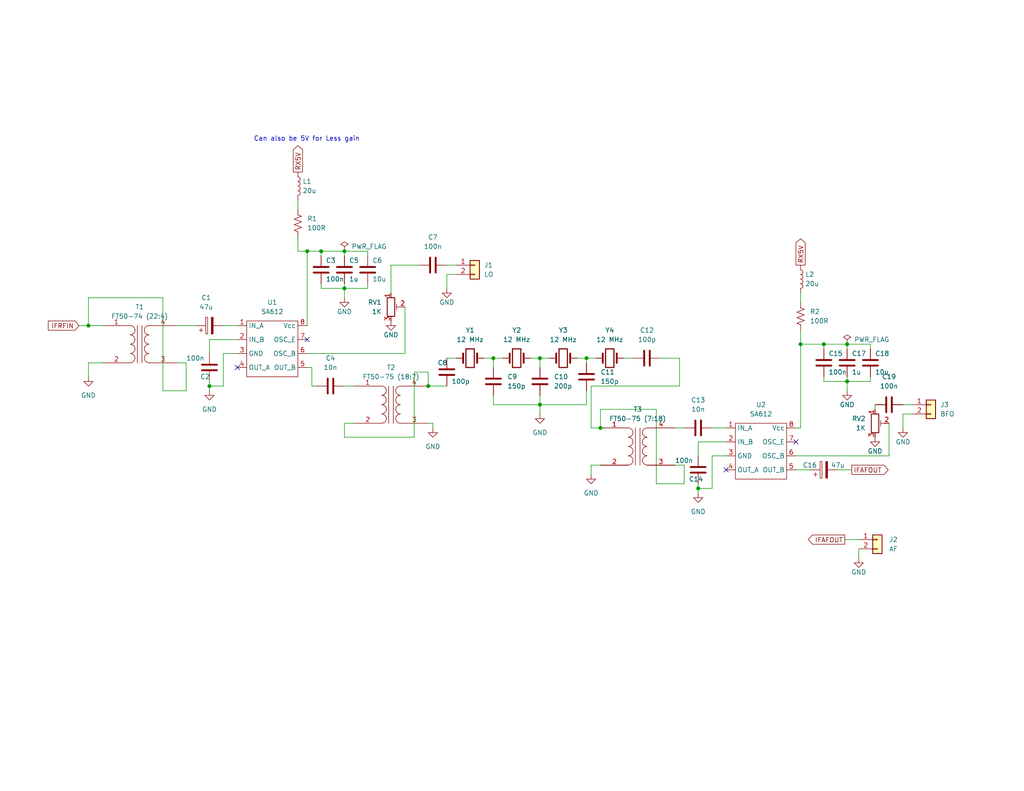
<source format=kicad_sch>
(kicad_sch (version 20211123) (generator eeschema)
  (paper "A")
  (title_block (date "2022-08-31") (rev "0.1a") (company "DATER (Dave Peter)"))
  (lib_symbols
    (symbol "Connector_Generic:Conn_01x02" (pin_names (offset 1.016) hide)
      (property "Reference" "J" (at 0 2.54 0))
      (property "Value" "Conn_01x02" (at 0 -5.08 0))
      (symbol "Conn_01x02_1_1"
        (rectangle (start -1.27 -2.413) (end 0 -2.667) (stroke (width 0.1524)))
        (rectangle (start -1.27 0.127) (end 0 -0.127) (stroke (width 0.1524)))
        (rectangle (start -1.27 1.27) (end 1.27 -3.81) (stroke (width 0.254)) (fill (type background)))
        (pin passive line (at -5.08 0 0) (length 3.81) (name "Pin_1") (number "1"))
        (pin passive line (at -5.08 -2.54 0) (length 3.81) (name "Pin_2") (number "2"))
      )
    )
    (symbol "Custom_RF:SA612"
      (property "Reference" "U" (at 1.27 10.16 0))
      (property "Value" "SA612" (at 1.27 -7.62 0))
      (symbol "SA612_0_1"
        (rectangle (start -6.35 8.89) (end 7.62 -6.35))
      )
      (symbol "SA612_1_1"
        (pin input line (at -8.89 7.62 0) (length 2.54) (name "IN_A") (number "1"))
        (pin input line (at -8.89 3.81 0) (length 2.54) (name "IN_B") (number "2"))
        (pin power_in line (at -8.89 0 0) (length 2.54) (name "GND") (number "3"))
        (pin output line (at -8.89 -3.81 0) (length 2.54) (name "OUT_A") (number "4"))
        (pin output line (at 10.16 -3.81 180) (length 2.54) (name "OUT_B") (number "5"))
        (pin input line (at 10.16 0 180) (length 2.54) (name "OSC_B") (number "6"))
        (pin input line (at 10.16 3.81 180) (length 2.54) (name "OSC_E") (number "7"))
        (pin power_in line (at 10.16 7.62 180) (length 2.54) (name "Vcc") (number "8"))
      )
    )
    (symbol "Device:C" (pin_numbers hide) (pin_names (offset 0.254))
      (property "Reference" "C" (at 0.635 2.54 0))
      (property "Value" "C" (at 0.635 -2.54 0))
      (symbol "C_0_1"
        (polyline (pts (xy -2.032 -0.762) (xy 2.032 -0.762)) (stroke (width 0.508)))
        (polyline (pts (xy -2.032 0.762) (xy 2.032 0.762)) (stroke (width 0.508)))
      )
      (symbol "C_1_1"
        (pin passive line (at 0 3.81 270) (length 2.794) (name "~") (number "1"))
        (pin passive line (at 0 -3.81 90) (length 2.794) (name "~") (number "2"))
      )
    )
    (symbol "Device:C_Polarized" (pin_numbers hide) (pin_names (offset 0.254))
      (property "Reference" "C" (at 0.635 2.54 0))
      (property "Value" "C_Polarized" (at 0.635 -2.54 0))
      (symbol "C_Polarized_0_1"
        (rectangle (start -2.286 0.508) (end 2.286 1.016))
        (polyline (pts (xy -1.778 2.286) (xy -0.762 2.286)))
        (polyline (pts (xy -1.27 2.794) (xy -1.27 1.778)))
        (rectangle (start 2.286 -0.508) (end -2.286 -1.016) (fill (type outline)))
      )
      (symbol "C_Polarized_1_1"
        (pin passive line (at 0 3.81 270) (length 2.794) (name "~") (number "1"))
        (pin passive line (at 0 -3.81 90) (length 2.794) (name "~") (number "2"))
      )
    )
    (symbol "Device:Crystal" (pin_numbers hide) (pin_names (offset 1.016) hide)
      (property "Reference" "Y" (at 0 3.81 0))
      (property "Value" "Crystal" (at 0 -3.81 0))
      (symbol "Crystal_0_1"
        (rectangle (start -1.143 2.54) (end 1.143 -2.54) (stroke (width 0.3048)))
        (polyline (pts (xy -2.54 0) (xy -1.905 0)))
        (polyline (pts (xy -1.905 -1.27) (xy -1.905 1.27)) (stroke (width 0.508)))
        (polyline (pts (xy 1.905 -1.27) (xy 1.905 1.27)) (stroke (width 0.508)))
        (polyline (pts (xy 2.54 0) (xy 1.905 0)))
      )
      (symbol "Crystal_1_1"
        (pin passive line (at -3.81 0 0) (length 1.27) (name "1") (number "1"))
        (pin passive line (at 3.81 0 180) (length 1.27) (name "2") (number "2"))
      )
    )
    (symbol "Device:L" (pin_numbers hide) (pin_names (offset 1.016) hide)
      (property "Reference" "L" (at -1.27 0 90))
      (property "Value" "L" (at 1.905 0 90))
      (symbol "L_0_1"
        (arc (start 0 -2.54) (mid 0.635 -1.905) (end 0 -1.27))
        (arc (start 0 -1.27) (mid 0.635 -0.635) (end 0 0))
        (arc (start 0 0) (mid 0.635 0.635) (end 0 1.27))
        (arc (start 0 1.27) (mid 0.635 1.905) (end 0 2.54))
      )
      (symbol "L_1_1"
        (pin passive line (at 0 3.81 270) (length 1.27) (name "1") (number "1"))
        (pin passive line (at 0 -3.81 90) (length 1.27) (name "2") (number "2"))
      )
    )
    (symbol "Device:R_Potentiometer_Trim" (pin_names (offset 1.016) hide)
      (property "Reference" "RV" (at -4.445 0 90))
      (property "Value" "R_Potentiometer_Trim" (at -2.54 0 90))
      (symbol "R_Potentiometer_Trim_0_1"
        (polyline (pts (xy 1.524 0.762) (xy 1.524 -0.762)))
        (polyline (pts (xy 2.54 0) (xy 1.524 0)))
        (rectangle (start 1.016 2.54) (end -1.016 -2.54) (stroke (width 0.254)))
      )
      (symbol "R_Potentiometer_Trim_1_1"
        (pin passive line (at 0 3.81 270) (length 1.27) (name "1") (number "1"))
        (pin passive line (at 3.81 0 180) (length 1.27) (name "2") (number "2"))
        (pin passive line (at 0 -3.81 90) (length 1.27) (name "3") (number "3"))
      )
    )
    (symbol "Device:R_US" (pin_numbers hide) (pin_names (offset 0))
      (property "Reference" "R" (at 2.54 0 90))
      (property "Value" "R_US" (at -2.54 0 90))
      (symbol "R_US_0_1"
        (polyline (pts (xy 0 -2.286) (xy 0 -2.54)))
        (polyline (pts (xy 0 2.286) (xy 0 2.54)))
        (polyline (pts (xy 0 -0.762) (xy 1.016 -1.143) (xy 0 -1.524) (xy -1.016 -1.905) (xy 0 -2.286)))
        (polyline (pts (xy 0 0.762) (xy 1.016 0.381) (xy 0 0) (xy -1.016 -0.381) (xy 0 -0.762)))
        (polyline (pts (xy 0 2.286) (xy 1.016 1.905) (xy 0 1.524) (xy -1.016 1.143) (xy 0 0.762)))
      )
      (symbol "R_US_1_1"
        (pin passive line (at 0 3.81 270) (length 1.27) (name "~") (number "1"))
        (pin passive line (at 0 -3.81 90) (length 1.27) (name "~") (number "2"))
      )
    )
    (symbol "Device:Transformer_1P_1S" (pin_names (offset 1.016) hide)
      (property "Reference" "T" (at 0 6.35 0))
      (property "Value" "Transformer_1P_1S" (at 0 -7.62 0))
      (symbol "Transformer_1P_1S_0_1"
        (arc (start -2.54 -5.0546) (mid -1.6599 -4.6901) (end -1.27 -3.81))
        (arc (start -2.54 -2.5146) (mid -1.6599 -2.1501) (end -1.27 -1.27))
        (arc (start -2.54 0.0254) (mid -1.6599 0.3899) (end -1.27 1.27))
        (arc (start -2.54 2.5654) (mid -1.6599 2.9299) (end -1.27 3.81))
        (arc (start -1.27 -3.81) (mid -1.642 -2.912) (end -2.54 -2.54))
        (arc (start -1.27 -1.27) (mid -1.642 -0.372) (end -2.54 0))
        (arc (start -1.27 1.27) (mid -1.642 2.168) (end -2.54 2.54))
        (arc (start -1.27 3.81) (mid -1.642 4.708) (end -2.54 5.08))
        (polyline (pts (xy -0.635 5.08) (xy -0.635 -5.08)))
        (polyline (pts (xy 0.635 -5.08) (xy 0.635 5.08)))
        (arc (start 1.2954 -1.27) (mid 1.6599 -2.1501) (end 2.54 -2.5146))
        (arc (start 1.2954 1.27) (mid 1.6599 0.3899) (end 2.54 0.0254))
        (arc (start 1.2954 3.81) (mid 1.6599 2.9299) (end 2.54 2.5654))
        (arc (start 1.3208 -3.81) (mid 1.6853 -4.6901) (end 2.5654 -5.0546))
        (arc (start 2.54 0) (mid 1.642 -0.372) (end 1.2954 -1.27))
        (arc (start 2.54 2.54) (mid 1.642 2.168) (end 1.2954 1.27))
        (arc (start 2.54 5.08) (mid 1.642 4.708) (end 1.2954 3.81))
        (arc (start 2.5654 -2.54) (mid 1.6674 -2.912) (end 1.3208 -3.81))
      )
      (symbol "Transformer_1P_1S_1_1"
        (pin passive line (at -10.16 5.08 0) (length 7.62) (name "AA") (number "1"))
        (pin passive line (at -10.16 -5.08 0) (length 7.62) (name "AB") (number "2"))
        (pin passive line (at 10.16 -5.08 180) (length 7.62) (name "SA") (number "3"))
        (pin passive line (at 10.16 5.08 180) (length 7.62) (name "SB") (number "4"))
      )
    )
    (symbol "power:GND" (power) (pin_names (offset 0))
      (property "Value" "GND" (at 0 -3.81 0))
      (symbol "GND_0_1"
        (polyline (pts (xy 0 0) (xy 0 -1.27) (xy 1.27 -1.27) (xy 0 -2.54) (xy -1.27 -1.27) (xy 0 -1.27)))
      )
      (symbol "GND_1_1"
        (pin power_in line (at 0 0 270) (length 0) hide (name "GND") (number "1"))
      )
    )
    (symbol "power:PWR_FLAG" (power) (pin_numbers hide) (pin_names (offset 0) hide)
      (property "Value" "PWR_FLAG" (at 0 3.81 0))
      (symbol "PWR_FLAG_0_0"
        (pin power_out line (at 0 0 90) (length 0) (name "pwr") (number "1"))
      )
      (symbol "PWR_FLAG_0_1"
        (polyline (pts (xy 0 0) (xy 0 1.27) (xy -1.016 1.905) (xy 0 2.54) (xy 1.016 1.905) (xy 0 1.27)))
      )
    )
  )
  (junction (at 160.02 97.79))
  (junction (at 190.5 133.35))
  (junction (at 218.44 93.98))
  (junction (at 231.14 93.98))
  (junction (at 231.14 104.14))
  (junction (at 24.13 88.9))
  (junction (at 93.98 68.58))
  (junction (at 224.79 93.98))
  (junction (at 134.62 97.79))
  (junction (at 147.32 97.79))
  (junction (at 93.98 78.74))
  (junction (at 163.83 116.84))
  (junction (at 116.84 105.41))
  (junction (at 57.15 105.41))
  (junction (at 147.32 110.49))
  (junction (at 83.82 68.58))
  (junction (at 87.63 68.58))
  (no_connect (at 198.12 128.27))
  (no_connect (at 83.82 92.71))
  (no_connect (at 217.17 120.65))
  (no_connect (at 64.77 100.33))
  (wire (pts (xy 224.79 93.98) (xy 231.14 93.98)))
  (wire (pts (xy 57.15 92.71) (xy 57.15 96.52)))
  (wire (pts (xy 100.33 68.58) (xy 100.33 69.85)))
  (wire (pts (xy 232.41 128.27) (xy 228.6 128.27)))
  (wire (pts (xy 24.13 88.9) (xy 27.94 88.9)))
  (wire (pts (xy 194.31 133.35) (xy 194.31 124.46)))
  (wire (pts (xy 147.32 97.79) (xy 149.86 97.79)))
  (wire (pts (xy 87.63 77.47) (xy 87.63 78.74)))
  (wire (pts (xy 44.45 81.28) (xy 44.45 106.68)))
  (wire (pts (xy 21.59 88.9) (xy 24.13 88.9)))
  (wire (pts (xy 230.505 147.32) (xy 234.315 147.32)))
  (wire (pts (xy 194.31 124.46) (xy 198.12 124.46)))
  (wire (pts (xy 224.79 93.98) (xy 224.79 95.25)))
  (wire (pts (xy 87.63 68.58) (xy 87.63 69.85)))
  (wire (pts (xy 163.83 116.84) (xy 163.83 111.76)))
  (wire (pts (xy 24.13 81.28) (xy 44.45 81.28)))
  (wire (pts (xy 147.32 110.49) (xy 147.32 107.95)))
  (wire (pts (xy 24.13 88.9) (xy 24.13 81.28)))
  (wire (pts (xy 218.44 93.98) (xy 218.44 116.84)))
  (wire (pts (xy 121.92 72.39) (xy 124.46 72.39)))
  (wire (pts (xy 81.28 68.58) (xy 83.82 68.58)))
  (wire (pts (xy 224.79 104.14) (xy 231.14 104.14)))
  (wire (pts (xy 218.44 90.17) (xy 218.44 93.98)))
  (wire (pts (xy 231.14 104.14) (xy 231.14 102.87)))
  (wire (pts (xy 44.45 106.68) (xy 50.8 106.68)))
  (wire (pts (xy 116.84 105.41) (xy 121.92 105.41)))
  (wire (pts (xy 93.98 115.57) (xy 93.98 119.38)))
  (wire (pts (xy 179.07 111.76) (xy 179.07 132.08)))
  (wire (pts (xy 231.14 104.14) (xy 231.14 106.68)))
  (wire (pts (xy 237.49 102.87) (xy 237.49 104.14)))
  (wire (pts (xy 161.29 127) (xy 163.83 127)))
  (wire (pts (xy 185.42 97.79) (xy 185.42 105.41)))
  (wire (pts (xy 118.11 115.57) (xy 118.11 116.84)))
  (wire (pts (xy 237.49 93.98) (xy 237.49 95.25)))
  (wire (pts (xy 81.28 54.61) (xy 81.28 57.15)))
  (wire (pts (xy 93.98 68.58) (xy 93.98 69.85)))
  (wire (pts (xy 246.38 110.49) (xy 248.92 110.49)))
  (wire (pts (xy 238.76 110.49) (xy 238.76 111.76)))
  (wire (pts (xy 50.8 106.68) (xy 50.8 99.06)))
  (wire (pts (xy 234.315 152.4) (xy 234.315 149.86)))
  (wire (pts (xy 231.14 93.98) (xy 231.14 95.25)))
  (wire (pts (xy 134.62 97.79) (xy 134.62 100.33)))
  (wire (pts (xy 248.92 113.03) (xy 246.38 113.03)))
  (wire (pts (xy 93.98 78.74) (xy 93.98 77.47)))
  (wire (pts (xy 81.28 64.77) (xy 81.28 68.58)))
  (wire (pts (xy 106.68 72.39) (xy 106.68 80.01)))
  (wire (pts (xy 147.32 110.49) (xy 147.32 113.03)))
  (wire (pts (xy 93.98 78.74) (xy 93.98 81.28)))
  (wire (pts (xy 116.84 115.57) (xy 118.11 115.57)))
  (wire (pts (xy 114.3 72.39) (xy 106.68 72.39)))
  (wire (pts (xy 160.02 106.68) (xy 160.02 110.49)))
  (wire (pts (xy 224.79 102.87) (xy 224.79 104.14)))
  (wire (pts (xy 50.8 99.06) (xy 48.26 99.06)))
  (wire (pts (xy 134.62 97.79) (xy 137.16 97.79)))
  (wire (pts (xy 147.32 97.79) (xy 147.32 100.33)))
  (wire (pts (xy 110.49 96.52) (xy 110.49 83.82)))
  (wire (pts (xy 184.15 116.84) (xy 186.69 116.84)))
  (wire (pts (xy 134.62 110.49) (xy 147.32 110.49)))
  (wire (pts (xy 185.42 105.41) (xy 161.29 105.41)))
  (wire (pts (xy 116.84 101.6) (xy 116.84 105.41)))
  (wire (pts (xy 190.5 133.35) (xy 194.31 133.35)))
  (wire (pts (xy 198.12 120.65) (xy 190.5 120.65)))
  (wire (pts (xy 246.38 113.03) (xy 246.38 116.84)))
  (wire (pts (xy 27.94 99.06) (xy 24.13 99.06)))
  (wire (pts (xy 157.48 97.79) (xy 160.02 97.79)))
  (wire (pts (xy 144.78 97.79) (xy 147.32 97.79)))
  (wire (pts (xy 190.5 120.65) (xy 190.5 124.46)))
  (wire (pts (xy 163.83 111.76) (xy 179.07 111.76)))
  (wire (pts (xy 160.02 97.79) (xy 160.02 99.06)))
  (wire (pts (xy 60.96 96.52) (xy 64.77 96.52)))
  (wire (pts (xy 57.15 105.41) (xy 57.15 106.68)))
  (wire (pts (xy 121.92 74.93) (xy 121.92 78.74)))
  (wire (pts (xy 185.42 97.79) (xy 180.34 97.79)))
  (wire (pts (xy 134.62 107.95) (xy 134.62 110.49)))
  (wire (pts (xy 60.96 88.9) (xy 64.77 88.9)))
  (wire (pts (xy 217.17 124.46) (xy 242.57 124.46)))
  (wire (pts (xy 48.26 88.9) (xy 53.34 88.9)))
  (wire (pts (xy 161.29 127) (xy 161.29 129.54)))
  (wire (pts (xy 83.82 100.33) (xy 85.09 100.33)))
  (wire (pts (xy 161.29 105.41) (xy 161.29 116.84)))
  (wire (pts (xy 93.98 78.74) (xy 100.33 78.74)))
  (wire (pts (xy 179.07 132.08) (xy 186.69 132.08)))
  (wire (pts (xy 83.82 68.58) (xy 87.63 68.58)))
  (wire (pts (xy 24.13 99.06) (xy 24.13 102.87)))
  (wire (pts (xy 57.15 104.14) (xy 57.15 105.41)))
  (wire (pts (xy 220.98 128.27) (xy 217.17 128.27)))
  (wire (pts (xy 160.02 97.79) (xy 162.56 97.79)))
  (wire (pts (xy 60.96 105.41) (xy 60.96 96.52)))
  (wire (pts (xy 83.82 68.58) (xy 83.82 88.9)))
  (wire (pts (xy 184.15 127) (xy 186.69 127)))
  (wire (pts (xy 242.57 115.57) (xy 242.57 124.46)))
  (wire (pts (xy 190.5 133.35) (xy 190.5 134.62)))
  (wire (pts (xy 86.36 105.41) (xy 85.09 105.41)))
  (wire (pts (xy 121.92 97.79) (xy 124.46 97.79)))
  (wire (pts (xy 64.77 92.71) (xy 57.15 92.71)))
  (wire (pts (xy 218.44 80.01) (xy 218.44 82.55)))
  (wire (pts (xy 218.44 93.98) (xy 224.79 93.98)))
  (wire (pts (xy 160.02 110.49) (xy 147.32 110.49)))
  (wire (pts (xy 186.69 127) (xy 186.69 132.08)))
  (wire (pts (xy 100.33 77.47) (xy 100.33 78.74)))
  (wire (pts (xy 57.15 105.41) (xy 60.96 105.41)))
  (wire (pts (xy 83.82 96.52) (xy 110.49 96.52)))
  (wire (pts (xy 132.08 97.79) (xy 134.62 97.79)))
  (wire (pts (xy 170.18 97.79) (xy 172.72 97.79)))
  (wire (pts (xy 231.14 104.14) (xy 237.49 104.14)))
  (wire (pts (xy 87.63 68.58) (xy 93.98 68.58)))
  (wire (pts (xy 113.03 101.6) (xy 116.84 101.6)))
  (wire (pts (xy 218.44 116.84) (xy 217.17 116.84)))
  (wire (pts (xy 113.03 119.38) (xy 113.03 101.6)))
  (wire (pts (xy 93.98 68.58) (xy 100.33 68.58)))
  (wire (pts (xy 87.63 78.74) (xy 93.98 78.74)))
  (wire (pts (xy 96.52 115.57) (xy 93.98 115.57)))
  (wire (pts (xy 190.5 132.08) (xy 190.5 133.35)))
  (wire (pts (xy 124.46 74.93) (xy 121.92 74.93)))
  (wire (pts (xy 85.09 105.41) (xy 85.09 100.33)))
  (wire (pts (xy 231.14 93.98) (xy 237.49 93.98)))
  (wire (pts (xy 93.98 119.38) (xy 113.03 119.38)))
  (wire (pts (xy 93.98 105.41) (xy 96.52 105.41)))
  (wire (pts (xy 194.31 116.84) (xy 198.12 116.84)))
  (wire (pts (xy 161.29 116.84) (xy 163.83 116.84)))
  (text "Can also be 5V for Less gain" (at 69.215 38.735 0) (effects (font (size 1.27 1.27)) (justify left bottom)))
  (global_label "IFRFIN" (shape input) (at 21.59 88.9 180) (property "Intersheet References" "${INTERSHEET_REFS}" (effects hide)))
  (global_label "RX5V" (shape output) (at 81.28 46.99 90) (property "Intersheet References" "${INTERSHEET_REFS}" (effects hide)))
  (global_label "IFAFOUT" (shape output) (at 230.505 147.32 180) (property "Intersheet References" "${INTERSHEET_REFS}" (effects hide)))
  (global_label "RX5V" (shape output) (at 218.44 72.39 90) (property "Intersheet References" "${INTERSHEET_REFS}" (effects hide)))
  (global_label "IFAFOUT" (shape output) (at 232.41 128.27 0) (property "Intersheet References" "${INTERSHEET_REFS}" (effects hide)))
  (symbol (lib_id "power:GND") (at 190.5 134.62 0) (unit 1)
    (property "Reference" "#PWR09" (effects hide))
    (property "Value" "GND" (at 190.5 139.7 0))
  )
  (symbol (lib_id "power:GND") (at 93.98 81.28 0) (unit 1)
    (property "Reference" "#PWR03" (effects hide))
    (property "Value" "GND" (at 93.98 85.09 0))
  )
  (symbol (lib_id "Custom_RF:SA612") (at 73.66 96.52 0) (unit 1)
    (property "Reference" "U1" (at 74.295 82.55 0))
    (property "Value" "SA612" (at 74.295 85.09 0))
    (property "Footprint" "Package_DIP:DIP-8_W7.62mm_Socket" (effects hide))
  )
  (symbol (lib_id "Device:C") (at 93.98 73.66 0) (unit 1)
    (property "Reference" "C5" (at 95.25 71.12 0) (effects (justify left)))
    (property "Value" "1u" (at 95.25 76.2 0) (effects (justify left)))
    (property "Footprint" "Capacitor_SMD:C_1206_3216Metric" (effects hide))
  )
  (symbol (lib_id "power:GND") (at 234.315 152.4 0) (unit 1)
    (property "Reference" "#PWR011" (effects hide))
    (property "Value" "GND" (at 234.315 156.21 0))
  )
  (symbol (lib_id "Device:C") (at 190.5 116.84 90) (unit 1)
    (property "Reference" "C13" (at 190.5 109.22 90))
    (property "Value" "10n" (at 190.5 111.76 90))
    (property "Footprint" "Capacitor_SMD:C_1206_3216Metric" (effects hide))
  )
  (symbol (lib_id "Device:R_US") (at 218.44 86.36 0) (unit 1)
    (property "Reference" "R2" (at 220.98 85.0899 0) (effects (justify left)))
    (property "Value" "100R" (at 220.98 87.6299 0) (effects (justify left)))
    (property "Footprint" "Resistor_SMD:R_1206_3216Metric" (effects hide))
  )
  (symbol (lib_id "Device:L") (at 81.28 50.8 0) (unit 1)
    (property "Reference" "L1" (at 82.55 49.5299 0) (effects (justify left)))
    (property "Value" "20u" (at 82.55 52.0699 0) (effects (justify left)))
    (property "Footprint" "Inductor_SMD:L_1206_3216Metric" (effects hide))
  )
  (symbol (lib_id "Device:R_US") (at 81.28 60.96 0) (unit 1)
    (property "Reference" "R1" (at 83.82 59.6899 0) (effects (justify left)))
    (property "Value" "100R" (at 83.82 62.2299 0) (effects (justify left)))
    (property "Footprint" "Resistor_SMD:R_1206_3216Metric" (effects hide))
  )
  (symbol (lib_id "power:GND") (at 238.76 119.38 0) (unit 1)
    (property "Reference" "#PWR012" (effects hide))
    (property "Value" "GND" (at 238.76 123.19 0))
  )
  (symbol (lib_id "Device:C") (at 147.32 104.14 0) (unit 1)
    (property "Reference" "C10" (at 151.13 102.8699 0) (effects (justify left)))
    (property "Value" "200p" (at 151.13 105.4099 0) (effects (justify left)))
    (property "Footprint" "Capacitor_THT:C_Disc_D3.4mm_W2.1mm_P2.50mm" (effects hide))
  )
  (symbol (lib_id "Device:Crystal") (at 153.67 97.79 0) (unit 1)
    (property "Reference" "Y3" (at 153.67 90.17 0))
    (property "Value" "12 MHz" (at 153.67 92.71 0))
    (property "Footprint" "Crystal:Crystal_HC49-4H_Vertical" (effects hide))
  )
  (symbol (lib_id "Device:C") (at 224.79 99.06 0) (unit 1)
    (property "Reference" "C15" (at 226.06 96.52 0) (effects (justify left)))
    (property "Value" "100n" (at 226.06 101.6 0) (effects (justify left)))
    (property "Footprint" "Capacitor_SMD:C_1206_3216Metric" (effects hide))
  )
  (symbol (lib_id "Custom_RF:SA612") (at 207.01 124.46 0) (unit 1)
    (property "Reference" "U2" (at 207.645 110.49 0))
    (property "Value" "SA612" (at 207.645 113.03 0))
    (property "Footprint" "Package_DIP:DIP-8_W7.62mm_Socket" (effects hide))
  )
  (symbol (lib_id "Connector_Generic:Conn_01x02") (at 254 110.49 0) (unit 1)
    (property "Reference" "J3" (at 256.54 110.4899 0) (effects (justify left)))
    (property "Value" "BFO" (at 256.54 113.0299 0) (effects (justify left)))
    (property "Footprint" "Connector_PinHeader_2.54mm:PinHeader_1x02_P2.54mm_Vertical" (effects hide))
  )
  (symbol (lib_id "Connector_Generic:Conn_01x02") (at 239.395 147.32 0) (unit 1)
    (property "Reference" "J2" (at 242.57 147.3199 0) (effects (justify left)))
    (property "Value" "AF" (at 242.57 149.8599 0) (effects (justify left)))
    (property "Footprint" "Connector_PinHeader_2.54mm:PinHeader_1x02_P2.54mm_Vertical" (effects hide))
  )
  (symbol (lib_id "Device:C") (at 190.5 128.27 0) (unit 1)
    (property "Reference" "C14" (at 187.96 130.81 0) (effects (justify left)))
    (property "Value" "100n" (at 184.15 125.73 0) (effects (justify left)))
    (property "Footprint" "Capacitor_SMD:C_1206_3216Metric" (effects hide))
  )
  (symbol (lib_id "Device:C") (at 118.11 72.39 270) (unit 1)
    (property "Reference" "C7" (at 118.11 64.77 90))
    (property "Value" "100n" (at 118.11 67.31 90))
    (property "Footprint" "Capacitor_SMD:C_1206_3216Metric" (effects hide))
  )
  (symbol (lib_id "Device:Crystal") (at 128.27 97.79 0) (unit 1)
    (property "Reference" "Y1" (at 128.27 90.17 0))
    (property "Value" "12 MHz" (at 128.27 92.71 0))
    (property "Footprint" "Crystal:Crystal_HC49-4H_Vertical" (effects hide))
  )
  (symbol (lib_id "Device:R_Potentiometer_Trim") (at 106.68 83.82 0) (unit 1)
    (property "Reference" "RV1" (at 104.14 82.5499 0) (effects (justify right)))
    (property "Value" "1K" (at 104.14 85.0899 0) (effects (justify right)))
    (property "Footprint" "Potentiometer_THT:Potentiometer_Bourns_3296W_Vertical" (effects hide))
  )
  (symbol (lib_id "Device:C") (at 100.33 73.66 0) (unit 1)
    (property "Reference" "C6" (at 101.6 71.12 0) (effects (justify left)))
    (property "Value" "10u" (at 101.6 76.2 0) (effects (justify left)))
    (property "Footprint" "Capacitor_SMD:C_1206_3216Metric" (effects hide))
  )
  (symbol (lib_id "Device:C") (at 121.92 101.6 180) (unit 1)
    (property "Reference" "C8" (at 119.38 99.06 0) (effects (justify right)))
    (property "Value" "100p" (at 123.19 104.14 0) (effects (justify right)))
    (property "Footprint" "Capacitor_THT:C_Disc_D3.4mm_W2.1mm_P2.50mm" (effects hide))
  )
  (symbol (lib_id "power:GND") (at 118.11 116.84 0) (unit 1)
    (property "Reference" "#PWR05" (effects hide))
    (property "Value" "GND" (at 118.11 121.92 0))
  )
  (symbol (lib_id "Device:C") (at 176.53 97.79 90) (unit 1)
    (property "Reference" "C12" (at 176.53 90.17 90))
    (property "Value" "100p" (at 176.53 92.71 90))
    (property "Footprint" "Capacitor_THT:C_Disc_D3.4mm_W2.1mm_P2.50mm" (effects hide))
  )
  (symbol (lib_id "power:PWR_FLAG") (at 93.98 68.58 0) (unit 1)
    (property "Reference" "#FLG01" (effects hide))
    (property "Value" "PWR_FLAG" (at 95.885 67.3099 0) (effects (justify left)))
  )
  (symbol (lib_id "power:GND") (at 106.68 87.63 0) (unit 1)
    (property "Reference" "#PWR04" (effects hide))
    (property "Value" "GND" (at 106.68 91.44 0))
  )
  (symbol (lib_id "Device:C") (at 57.15 100.33 0) (unit 1)
    (property "Reference" "C2" (at 54.61 102.87 0) (effects (justify left)))
    (property "Value" "100n" (at 50.8 97.79 0) (effects (justify left)))
    (property "Footprint" "Capacitor_SMD:C_1206_3216Metric" (effects hide))
  )
  (symbol (lib_id "power:GND") (at 57.15 106.68 0) (unit 1)
    (property "Reference" "#PWR02" (effects hide))
    (property "Value" "GND" (at 57.15 111.76 0))
  )
  (symbol (lib_id "Device:Transformer_1P_1S") (at 106.68 110.49 0) (unit 1)
    (property "Reference" "T2" (at 106.6927 100.33 0))
    (property "Value" "FT50-75 (18:7)" (at 106.6927 102.87 0))
    (property "Footprint" "Transformer_THT:Transformer_Toroid_Horizontal_D14.0mm_Amidon-T50" (effects hide))
  )
  (symbol (lib_id "Device:Crystal") (at 166.37 97.79 0) (unit 1)
    (property "Reference" "Y4" (at 166.37 90.17 0))
    (property "Value" "12 MHz" (at 166.37 92.71 0))
    (property "Footprint" "Crystal:Crystal_HC49-4H_Vertical" (effects hide))
  )
  (symbol (lib_id "Device:C") (at 160.02 102.87 0) (unit 1)
    (property "Reference" "C11" (at 163.83 101.5999 0) (effects (justify left)))
    (property "Value" "150p" (at 163.83 104.1399 0) (effects (justify left)))
    (property "Footprint" "Capacitor_THT:C_Disc_D3.4mm_W2.1mm_P2.50mm" (effects hide))
  )
  (symbol (lib_id "Device:C") (at 242.57 110.49 270) (unit 1)
    (property "Reference" "C19" (at 242.57 102.87 90))
    (property "Value" "100n" (at 242.57 105.41 90))
    (property "Footprint" "Capacitor_SMD:C_1206_3216Metric" (effects hide))
  )
  (symbol (lib_id "power:GND") (at 24.13 102.87 0) (unit 1)
    (property "Reference" "#PWR01" (effects hide))
    (property "Value" "GND" (at 24.13 107.95 0))
  )
  (symbol (lib_id "power:PWR_FLAG") (at 231.14 93.98 0) (unit 1)
    (property "Reference" "#FLG02" (effects hide))
    (property "Value" "PWR_FLAG" (at 233.045 92.7099 0) (effects (justify left)))
  )
  (symbol (lib_id "Device:R_Potentiometer_Trim") (at 238.76 115.57 0) (unit 1)
    (property "Reference" "RV2" (at 236.22 114.2999 0) (effects (justify right)))
    (property "Value" "1K" (at 236.22 116.8399 0) (effects (justify right)))
    (property "Footprint" "Potentiometer_THT:Potentiometer_Bourns_3296W_Vertical" (effects hide))
  )
  (symbol (lib_id "Device:Transformer_1P_1S") (at 173.99 121.92 0) (unit 1)
    (property "Reference" "T3" (at 174.0027 111.76 0))
    (property "Value" "FT50-75 (7:18)" (at 174.0027 114.3 0))
    (property "Footprint" "Transformer_THT:Transformer_Toroid_Horizontal_D14.0mm_Amidon-T50" (effects hide))
  )
  (symbol (lib_id "Device:C_Polarized") (at 57.15 88.9 90) (unit 1)
    (property "Reference" "C1" (at 56.261 81.28 90))
    (property "Value" "47u" (at 56.261 83.82 90))
    (property "Footprint" "Capacitor_THT:CP_Radial_D8.0mm_P2.50mm" (effects hide))
  )
  (symbol (lib_id "Device:Transformer_1P_1S") (at 38.1 93.98 0) (unit 1)
    (property "Reference" "T1" (at 38.1127 83.82 0))
    (property "Value" "FT50-74 (22:4)" (at 38.1127 86.36 0))
    (property "Footprint" "Transformer_THT:Transformer_Toroid_Horizontal_D14.0mm_Amidon-T50" (effects hide))
  )
  (symbol (lib_id "power:GND") (at 246.38 116.84 0) (unit 1)
    (property "Reference" "#PWR013" (effects hide))
    (property "Value" "GND" (at 246.38 120.65 0))
  )
  (symbol (lib_id "power:GND") (at 147.32 113.03 0) (unit 1)
    (property "Reference" "#PWR07" (effects hide))
    (property "Value" "GND" (at 147.32 118.11 0))
  )
  (symbol (lib_id "Device:L") (at 218.44 76.2 0) (unit 1)
    (property "Reference" "L2" (at 219.71 74.9299 0) (effects (justify left)))
    (property "Value" "20u" (at 219.71 77.4699 0) (effects (justify left)))
    (property "Footprint" "Inductor_SMD:L_1206_3216Metric" (effects hide))
  )
  (symbol (lib_id "Device:C_Polarized") (at 224.79 128.27 90) (unit 1)
    (property "Reference" "C16" (at 220.98 127 90))
    (property "Value" "47u" (at 228.6 127 90))
    (property "Footprint" "Capacitor_THT:CP_Radial_D8.0mm_P2.50mm" (effects hide))
  )
  (symbol (lib_id "Device:Crystal") (at 140.97 97.79 0) (unit 1)
    (property "Reference" "Y2" (at 140.97 90.17 0))
    (property "Value" "12 MHz" (at 140.97 92.71 0))
    (property "Footprint" "Crystal:Crystal_HC49-4H_Vertical" (effects hide))
  )
  (symbol (lib_id "power:GND") (at 161.29 129.54 0) (unit 1)
    (property "Reference" "#PWR08" (effects hide))
    (property "Value" "GND" (at 161.29 134.62 0))
  )
  (symbol (lib_id "Device:C") (at 231.14 99.06 0) (unit 1)
    (property "Reference" "C17" (at 232.41 96.52 0) (effects (justify left)))
    (property "Value" "1u" (at 232.41 101.6 0) (effects (justify left)))
    (property "Footprint" "Capacitor_SMD:C_1206_3216Metric" (effects hide))
  )
  (symbol (lib_id "Device:C") (at 134.62 104.14 0) (unit 1)
    (property "Reference" "C9" (at 138.43 102.8699 0) (effects (justify left)))
    (property "Value" "150p" (at 138.43 105.4099 0) (effects (justify left)))
    (property "Footprint" "Capacitor_THT:C_Disc_D3.4mm_W2.1mm_P2.50mm" (effects hide))
  )
  (symbol (lib_id "Connector_Generic:Conn_01x02") (at 129.54 72.39 0) (unit 1)
    (property "Reference" "J1" (at 132.08 72.3899 0) (effects (justify left)))
    (property "Value" "LO" (at 132.08 74.9299 0) (effects (justify left)))
    (property "Footprint" "Connector_PinHeader_2.54mm:PinHeader_1x02_P2.54mm_Vertical" (effects hide))
  )
  (symbol (lib_id "power:GND") (at 121.92 78.74 0) (unit 1)
    (property "Reference" "#PWR06" (effects hide))
    (property "Value" "GND" (at 121.92 82.55 0))
  )
  (symbol (lib_id "Device:C") (at 237.49 99.06 0) (unit 1)
    (property "Reference" "C18" (at 238.76 96.52 0) (effects (justify left)))
    (property "Value" "10u" (at 238.76 101.6 0) (effects (justify left)))
    (property "Footprint" "Capacitor_SMD:C_1206_3216Metric" (effects hide))
  )
  (symbol (lib_id "Device:C") (at 90.17 105.41 90) (unit 1)
    (property "Reference" "C4" (at 90.17 97.79 90))
    (property "Value" "10n" (at 90.17 100.33 90))
    (property "Footprint" "Capacitor_SMD:C_1206_3216Metric" (effects hide))
  )
  (symbol (lib_id "power:GND") (at 231.14 106.68 0) (unit 1)
    (property "Reference" "#PWR010" (effects hide))
    (property "Value" "GND" (at 231.14 110.49 0))
  )
  (symbol (lib_id "Device:C") (at 87.63 73.66 0) (unit 1)
    (property "Reference" "C3" (at 88.9 71.12 0) (effects (justify left)))
    (property "Value" "100n" (at 88.9 76.2 0) (effects (justify left)))
    (property "Footprint" "Capacitor_SMD:C_1206_3216Metric" (effects hide))
  )
)
</source>
